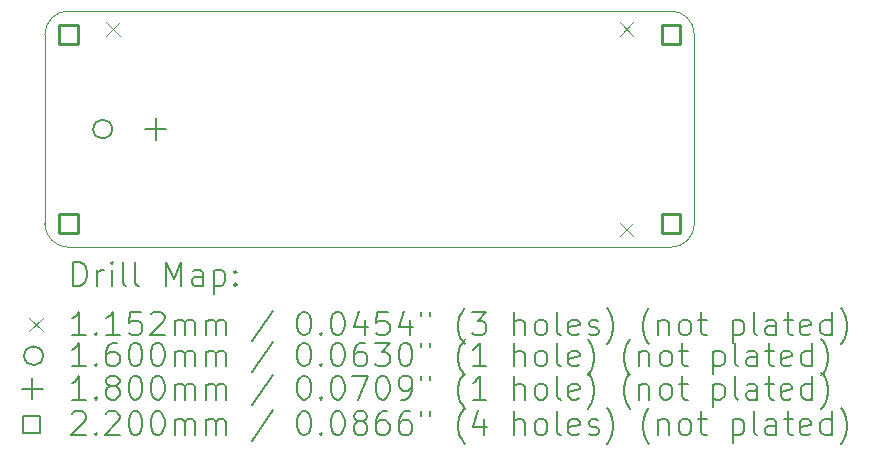
<source format=gbr>
%FSLAX45Y45*%
G04 Gerber Fmt 4.5, Leading zero omitted, Abs format (unit mm)*
G04 Created by KiCad (PCBNEW 5.99.0-unknown-395602b12a~131~ubuntu20.04.1) date 2021-07-15 22:40:50*
%MOMM*%
%LPD*%
G01*
G04 APERTURE LIST*
%TA.AperFunction,Profile*%
%ADD10C,0.100000*%
%TD*%
%ADD11C,0.200000*%
%ADD12C,0.115200*%
%ADD13C,0.160000*%
%ADD14C,0.180000*%
%ADD15C,0.220000*%
G04 APERTURE END LIST*
D10*
X14900000Y-9600000D02*
X20000000Y-9600000D01*
X20000000Y-9600000D02*
G75*
G03*
X20200000Y-9400000I0J200000D01*
G01*
X14700000Y-7800000D02*
G75*
G02*
X14900000Y-7600000I200000J0D01*
G01*
X14700000Y-9400000D02*
G75*
G03*
X14900000Y-9600000I200000J0D01*
G01*
X20200000Y-9400000D02*
X20200000Y-7800000D01*
X14700000Y-7800000D02*
X14700000Y-9400000D01*
X20000000Y-7600000D02*
X14900000Y-7600000D01*
X20000000Y-7600000D02*
G75*
G02*
X20200000Y-7800000I0J-200000D01*
G01*
D11*
D12*
X15217400Y-7692400D02*
X15332600Y-7807600D01*
X15332600Y-7692400D02*
X15217400Y-7807600D01*
X19567400Y-7692400D02*
X19682600Y-7807600D01*
X19682600Y-7692400D02*
X19567400Y-7807600D01*
X19567400Y-9392400D02*
X19682600Y-9507600D01*
X19682600Y-9392400D02*
X19567400Y-9507600D01*
D13*
X15270000Y-8600000D02*
G75*
G03*
X15270000Y-8600000I-80000J0D01*
G01*
D14*
X15640000Y-8510000D02*
X15640000Y-8690000D01*
X15550000Y-8600000D02*
X15730000Y-8600000D01*
D15*
X14977782Y-7877782D02*
X14977782Y-7722217D01*
X14822217Y-7722217D01*
X14822217Y-7877782D01*
X14977782Y-7877782D01*
X14977782Y-9477783D02*
X14977782Y-9322218D01*
X14822217Y-9322218D01*
X14822217Y-9477783D01*
X14977782Y-9477783D01*
X20077783Y-7877782D02*
X20077783Y-7722217D01*
X19922218Y-7722217D01*
X19922218Y-7877782D01*
X20077783Y-7877782D01*
X20077783Y-9477783D02*
X20077783Y-9322218D01*
X19922218Y-9322218D01*
X19922218Y-9477783D01*
X20077783Y-9477783D01*
D11*
X14942619Y-9925476D02*
X14942619Y-9725476D01*
X14990238Y-9725476D01*
X15018809Y-9735000D01*
X15037857Y-9754048D01*
X15047381Y-9773095D01*
X15056905Y-9811190D01*
X15056905Y-9839762D01*
X15047381Y-9877857D01*
X15037857Y-9896905D01*
X15018809Y-9915952D01*
X14990238Y-9925476D01*
X14942619Y-9925476D01*
X15142619Y-9925476D02*
X15142619Y-9792143D01*
X15142619Y-9830238D02*
X15152143Y-9811190D01*
X15161667Y-9801667D01*
X15180714Y-9792143D01*
X15199762Y-9792143D01*
X15266428Y-9925476D02*
X15266428Y-9792143D01*
X15266428Y-9725476D02*
X15256905Y-9735000D01*
X15266428Y-9744524D01*
X15275952Y-9735000D01*
X15266428Y-9725476D01*
X15266428Y-9744524D01*
X15390238Y-9925476D02*
X15371190Y-9915952D01*
X15361667Y-9896905D01*
X15361667Y-9725476D01*
X15495000Y-9925476D02*
X15475952Y-9915952D01*
X15466428Y-9896905D01*
X15466428Y-9725476D01*
X15723571Y-9925476D02*
X15723571Y-9725476D01*
X15790238Y-9868333D01*
X15856905Y-9725476D01*
X15856905Y-9925476D01*
X16037857Y-9925476D02*
X16037857Y-9820714D01*
X16028333Y-9801667D01*
X16009286Y-9792143D01*
X15971190Y-9792143D01*
X15952143Y-9801667D01*
X16037857Y-9915952D02*
X16018809Y-9925476D01*
X15971190Y-9925476D01*
X15952143Y-9915952D01*
X15942619Y-9896905D01*
X15942619Y-9877857D01*
X15952143Y-9858810D01*
X15971190Y-9849286D01*
X16018809Y-9849286D01*
X16037857Y-9839762D01*
X16133095Y-9792143D02*
X16133095Y-9992143D01*
X16133095Y-9801667D02*
X16152143Y-9792143D01*
X16190238Y-9792143D01*
X16209286Y-9801667D01*
X16218809Y-9811190D01*
X16228333Y-9830238D01*
X16228333Y-9887381D01*
X16218809Y-9906429D01*
X16209286Y-9915952D01*
X16190238Y-9925476D01*
X16152143Y-9925476D01*
X16133095Y-9915952D01*
X16314048Y-9906429D02*
X16323571Y-9915952D01*
X16314048Y-9925476D01*
X16304524Y-9915952D01*
X16314048Y-9906429D01*
X16314048Y-9925476D01*
X16314048Y-9801667D02*
X16323571Y-9811190D01*
X16314048Y-9820714D01*
X16304524Y-9811190D01*
X16314048Y-9801667D01*
X16314048Y-9820714D01*
D12*
X14569800Y-10197400D02*
X14685000Y-10312600D01*
X14685000Y-10197400D02*
X14569800Y-10312600D01*
D11*
X15047381Y-10345476D02*
X14933095Y-10345476D01*
X14990238Y-10345476D02*
X14990238Y-10145476D01*
X14971190Y-10174048D01*
X14952143Y-10193095D01*
X14933095Y-10202619D01*
X15133095Y-10326429D02*
X15142619Y-10335952D01*
X15133095Y-10345476D01*
X15123571Y-10335952D01*
X15133095Y-10326429D01*
X15133095Y-10345476D01*
X15333095Y-10345476D02*
X15218809Y-10345476D01*
X15275952Y-10345476D02*
X15275952Y-10145476D01*
X15256905Y-10174048D01*
X15237857Y-10193095D01*
X15218809Y-10202619D01*
X15514048Y-10145476D02*
X15418809Y-10145476D01*
X15409286Y-10240714D01*
X15418809Y-10231190D01*
X15437857Y-10221667D01*
X15485476Y-10221667D01*
X15504524Y-10231190D01*
X15514048Y-10240714D01*
X15523571Y-10259762D01*
X15523571Y-10307381D01*
X15514048Y-10326429D01*
X15504524Y-10335952D01*
X15485476Y-10345476D01*
X15437857Y-10345476D01*
X15418809Y-10335952D01*
X15409286Y-10326429D01*
X15599762Y-10164524D02*
X15609286Y-10155000D01*
X15628333Y-10145476D01*
X15675952Y-10145476D01*
X15695000Y-10155000D01*
X15704524Y-10164524D01*
X15714048Y-10183571D01*
X15714048Y-10202619D01*
X15704524Y-10231190D01*
X15590238Y-10345476D01*
X15714048Y-10345476D01*
X15799762Y-10345476D02*
X15799762Y-10212143D01*
X15799762Y-10231190D02*
X15809286Y-10221667D01*
X15828333Y-10212143D01*
X15856905Y-10212143D01*
X15875952Y-10221667D01*
X15885476Y-10240714D01*
X15885476Y-10345476D01*
X15885476Y-10240714D02*
X15895000Y-10221667D01*
X15914048Y-10212143D01*
X15942619Y-10212143D01*
X15961667Y-10221667D01*
X15971190Y-10240714D01*
X15971190Y-10345476D01*
X16066428Y-10345476D02*
X16066428Y-10212143D01*
X16066428Y-10231190D02*
X16075952Y-10221667D01*
X16095000Y-10212143D01*
X16123571Y-10212143D01*
X16142619Y-10221667D01*
X16152143Y-10240714D01*
X16152143Y-10345476D01*
X16152143Y-10240714D02*
X16161667Y-10221667D01*
X16180714Y-10212143D01*
X16209286Y-10212143D01*
X16228333Y-10221667D01*
X16237857Y-10240714D01*
X16237857Y-10345476D01*
X16628333Y-10135952D02*
X16456905Y-10393095D01*
X16885476Y-10145476D02*
X16904524Y-10145476D01*
X16923571Y-10155000D01*
X16933095Y-10164524D01*
X16942619Y-10183571D01*
X16952143Y-10221667D01*
X16952143Y-10269286D01*
X16942619Y-10307381D01*
X16933095Y-10326429D01*
X16923571Y-10335952D01*
X16904524Y-10345476D01*
X16885476Y-10345476D01*
X16866429Y-10335952D01*
X16856905Y-10326429D01*
X16847381Y-10307381D01*
X16837857Y-10269286D01*
X16837857Y-10221667D01*
X16847381Y-10183571D01*
X16856905Y-10164524D01*
X16866429Y-10155000D01*
X16885476Y-10145476D01*
X17037857Y-10326429D02*
X17047381Y-10335952D01*
X17037857Y-10345476D01*
X17028333Y-10335952D01*
X17037857Y-10326429D01*
X17037857Y-10345476D01*
X17171190Y-10145476D02*
X17190238Y-10145476D01*
X17209286Y-10155000D01*
X17218810Y-10164524D01*
X17228333Y-10183571D01*
X17237857Y-10221667D01*
X17237857Y-10269286D01*
X17228333Y-10307381D01*
X17218810Y-10326429D01*
X17209286Y-10335952D01*
X17190238Y-10345476D01*
X17171190Y-10345476D01*
X17152143Y-10335952D01*
X17142619Y-10326429D01*
X17133095Y-10307381D01*
X17123571Y-10269286D01*
X17123571Y-10221667D01*
X17133095Y-10183571D01*
X17142619Y-10164524D01*
X17152143Y-10155000D01*
X17171190Y-10145476D01*
X17409286Y-10212143D02*
X17409286Y-10345476D01*
X17361667Y-10135952D02*
X17314048Y-10278810D01*
X17437857Y-10278810D01*
X17609286Y-10145476D02*
X17514048Y-10145476D01*
X17504524Y-10240714D01*
X17514048Y-10231190D01*
X17533095Y-10221667D01*
X17580714Y-10221667D01*
X17599762Y-10231190D01*
X17609286Y-10240714D01*
X17618810Y-10259762D01*
X17618810Y-10307381D01*
X17609286Y-10326429D01*
X17599762Y-10335952D01*
X17580714Y-10345476D01*
X17533095Y-10345476D01*
X17514048Y-10335952D01*
X17504524Y-10326429D01*
X17790238Y-10212143D02*
X17790238Y-10345476D01*
X17742619Y-10135952D02*
X17695000Y-10278810D01*
X17818810Y-10278810D01*
X17885476Y-10145476D02*
X17885476Y-10183571D01*
X17961667Y-10145476D02*
X17961667Y-10183571D01*
X18256905Y-10421667D02*
X18247381Y-10412143D01*
X18228333Y-10383571D01*
X18218810Y-10364524D01*
X18209286Y-10335952D01*
X18199762Y-10288333D01*
X18199762Y-10250238D01*
X18209286Y-10202619D01*
X18218810Y-10174048D01*
X18228333Y-10155000D01*
X18247381Y-10126429D01*
X18256905Y-10116905D01*
X18314048Y-10145476D02*
X18437857Y-10145476D01*
X18371190Y-10221667D01*
X18399762Y-10221667D01*
X18418810Y-10231190D01*
X18428333Y-10240714D01*
X18437857Y-10259762D01*
X18437857Y-10307381D01*
X18428333Y-10326429D01*
X18418810Y-10335952D01*
X18399762Y-10345476D01*
X18342619Y-10345476D01*
X18323571Y-10335952D01*
X18314048Y-10326429D01*
X18675952Y-10345476D02*
X18675952Y-10145476D01*
X18761667Y-10345476D02*
X18761667Y-10240714D01*
X18752143Y-10221667D01*
X18733095Y-10212143D01*
X18704524Y-10212143D01*
X18685476Y-10221667D01*
X18675952Y-10231190D01*
X18885476Y-10345476D02*
X18866429Y-10335952D01*
X18856905Y-10326429D01*
X18847381Y-10307381D01*
X18847381Y-10250238D01*
X18856905Y-10231190D01*
X18866429Y-10221667D01*
X18885476Y-10212143D01*
X18914048Y-10212143D01*
X18933095Y-10221667D01*
X18942619Y-10231190D01*
X18952143Y-10250238D01*
X18952143Y-10307381D01*
X18942619Y-10326429D01*
X18933095Y-10335952D01*
X18914048Y-10345476D01*
X18885476Y-10345476D01*
X19066429Y-10345476D02*
X19047381Y-10335952D01*
X19037857Y-10316905D01*
X19037857Y-10145476D01*
X19218810Y-10335952D02*
X19199762Y-10345476D01*
X19161667Y-10345476D01*
X19142619Y-10335952D01*
X19133095Y-10316905D01*
X19133095Y-10240714D01*
X19142619Y-10221667D01*
X19161667Y-10212143D01*
X19199762Y-10212143D01*
X19218810Y-10221667D01*
X19228333Y-10240714D01*
X19228333Y-10259762D01*
X19133095Y-10278810D01*
X19304524Y-10335952D02*
X19323571Y-10345476D01*
X19361667Y-10345476D01*
X19380714Y-10335952D01*
X19390238Y-10316905D01*
X19390238Y-10307381D01*
X19380714Y-10288333D01*
X19361667Y-10278810D01*
X19333095Y-10278810D01*
X19314048Y-10269286D01*
X19304524Y-10250238D01*
X19304524Y-10240714D01*
X19314048Y-10221667D01*
X19333095Y-10212143D01*
X19361667Y-10212143D01*
X19380714Y-10221667D01*
X19456905Y-10421667D02*
X19466429Y-10412143D01*
X19485476Y-10383571D01*
X19495000Y-10364524D01*
X19504524Y-10335952D01*
X19514048Y-10288333D01*
X19514048Y-10250238D01*
X19504524Y-10202619D01*
X19495000Y-10174048D01*
X19485476Y-10155000D01*
X19466429Y-10126429D01*
X19456905Y-10116905D01*
X19818810Y-10421667D02*
X19809286Y-10412143D01*
X19790238Y-10383571D01*
X19780714Y-10364524D01*
X19771190Y-10335952D01*
X19761667Y-10288333D01*
X19761667Y-10250238D01*
X19771190Y-10202619D01*
X19780714Y-10174048D01*
X19790238Y-10155000D01*
X19809286Y-10126429D01*
X19818810Y-10116905D01*
X19895000Y-10212143D02*
X19895000Y-10345476D01*
X19895000Y-10231190D02*
X19904524Y-10221667D01*
X19923571Y-10212143D01*
X19952143Y-10212143D01*
X19971190Y-10221667D01*
X19980714Y-10240714D01*
X19980714Y-10345476D01*
X20104524Y-10345476D02*
X20085476Y-10335952D01*
X20075952Y-10326429D01*
X20066429Y-10307381D01*
X20066429Y-10250238D01*
X20075952Y-10231190D01*
X20085476Y-10221667D01*
X20104524Y-10212143D01*
X20133095Y-10212143D01*
X20152143Y-10221667D01*
X20161667Y-10231190D01*
X20171190Y-10250238D01*
X20171190Y-10307381D01*
X20161667Y-10326429D01*
X20152143Y-10335952D01*
X20133095Y-10345476D01*
X20104524Y-10345476D01*
X20228333Y-10212143D02*
X20304524Y-10212143D01*
X20256905Y-10145476D02*
X20256905Y-10316905D01*
X20266429Y-10335952D01*
X20285476Y-10345476D01*
X20304524Y-10345476D01*
X20523571Y-10212143D02*
X20523571Y-10412143D01*
X20523571Y-10221667D02*
X20542619Y-10212143D01*
X20580714Y-10212143D01*
X20599762Y-10221667D01*
X20609286Y-10231190D01*
X20618810Y-10250238D01*
X20618810Y-10307381D01*
X20609286Y-10326429D01*
X20599762Y-10335952D01*
X20580714Y-10345476D01*
X20542619Y-10345476D01*
X20523571Y-10335952D01*
X20733095Y-10345476D02*
X20714048Y-10335952D01*
X20704524Y-10316905D01*
X20704524Y-10145476D01*
X20895000Y-10345476D02*
X20895000Y-10240714D01*
X20885476Y-10221667D01*
X20866429Y-10212143D01*
X20828333Y-10212143D01*
X20809286Y-10221667D01*
X20895000Y-10335952D02*
X20875952Y-10345476D01*
X20828333Y-10345476D01*
X20809286Y-10335952D01*
X20799762Y-10316905D01*
X20799762Y-10297857D01*
X20809286Y-10278810D01*
X20828333Y-10269286D01*
X20875952Y-10269286D01*
X20895000Y-10259762D01*
X20961667Y-10212143D02*
X21037857Y-10212143D01*
X20990238Y-10145476D02*
X20990238Y-10316905D01*
X20999762Y-10335952D01*
X21018810Y-10345476D01*
X21037857Y-10345476D01*
X21180714Y-10335952D02*
X21161667Y-10345476D01*
X21123571Y-10345476D01*
X21104524Y-10335952D01*
X21095000Y-10316905D01*
X21095000Y-10240714D01*
X21104524Y-10221667D01*
X21123571Y-10212143D01*
X21161667Y-10212143D01*
X21180714Y-10221667D01*
X21190238Y-10240714D01*
X21190238Y-10259762D01*
X21095000Y-10278810D01*
X21361667Y-10345476D02*
X21361667Y-10145476D01*
X21361667Y-10335952D02*
X21342619Y-10345476D01*
X21304524Y-10345476D01*
X21285476Y-10335952D01*
X21275952Y-10326429D01*
X21266429Y-10307381D01*
X21266429Y-10250238D01*
X21275952Y-10231190D01*
X21285476Y-10221667D01*
X21304524Y-10212143D01*
X21342619Y-10212143D01*
X21361667Y-10221667D01*
X21437857Y-10421667D02*
X21447381Y-10412143D01*
X21466429Y-10383571D01*
X21475952Y-10364524D01*
X21485476Y-10335952D01*
X21495000Y-10288333D01*
X21495000Y-10250238D01*
X21485476Y-10202619D01*
X21475952Y-10174048D01*
X21466429Y-10155000D01*
X21447381Y-10126429D01*
X21437857Y-10116905D01*
D13*
X14685000Y-10519000D02*
G75*
G03*
X14685000Y-10519000I-80000J0D01*
G01*
D11*
X15047381Y-10609476D02*
X14933095Y-10609476D01*
X14990238Y-10609476D02*
X14990238Y-10409476D01*
X14971190Y-10438048D01*
X14952143Y-10457095D01*
X14933095Y-10466619D01*
X15133095Y-10590429D02*
X15142619Y-10599952D01*
X15133095Y-10609476D01*
X15123571Y-10599952D01*
X15133095Y-10590429D01*
X15133095Y-10609476D01*
X15314048Y-10409476D02*
X15275952Y-10409476D01*
X15256905Y-10419000D01*
X15247381Y-10428524D01*
X15228333Y-10457095D01*
X15218809Y-10495190D01*
X15218809Y-10571381D01*
X15228333Y-10590429D01*
X15237857Y-10599952D01*
X15256905Y-10609476D01*
X15295000Y-10609476D01*
X15314048Y-10599952D01*
X15323571Y-10590429D01*
X15333095Y-10571381D01*
X15333095Y-10523762D01*
X15323571Y-10504714D01*
X15314048Y-10495190D01*
X15295000Y-10485667D01*
X15256905Y-10485667D01*
X15237857Y-10495190D01*
X15228333Y-10504714D01*
X15218809Y-10523762D01*
X15456905Y-10409476D02*
X15475952Y-10409476D01*
X15495000Y-10419000D01*
X15504524Y-10428524D01*
X15514048Y-10447571D01*
X15523571Y-10485667D01*
X15523571Y-10533286D01*
X15514048Y-10571381D01*
X15504524Y-10590429D01*
X15495000Y-10599952D01*
X15475952Y-10609476D01*
X15456905Y-10609476D01*
X15437857Y-10599952D01*
X15428333Y-10590429D01*
X15418809Y-10571381D01*
X15409286Y-10533286D01*
X15409286Y-10485667D01*
X15418809Y-10447571D01*
X15428333Y-10428524D01*
X15437857Y-10419000D01*
X15456905Y-10409476D01*
X15647381Y-10409476D02*
X15666428Y-10409476D01*
X15685476Y-10419000D01*
X15695000Y-10428524D01*
X15704524Y-10447571D01*
X15714048Y-10485667D01*
X15714048Y-10533286D01*
X15704524Y-10571381D01*
X15695000Y-10590429D01*
X15685476Y-10599952D01*
X15666428Y-10609476D01*
X15647381Y-10609476D01*
X15628333Y-10599952D01*
X15618809Y-10590429D01*
X15609286Y-10571381D01*
X15599762Y-10533286D01*
X15599762Y-10485667D01*
X15609286Y-10447571D01*
X15618809Y-10428524D01*
X15628333Y-10419000D01*
X15647381Y-10409476D01*
X15799762Y-10609476D02*
X15799762Y-10476143D01*
X15799762Y-10495190D02*
X15809286Y-10485667D01*
X15828333Y-10476143D01*
X15856905Y-10476143D01*
X15875952Y-10485667D01*
X15885476Y-10504714D01*
X15885476Y-10609476D01*
X15885476Y-10504714D02*
X15895000Y-10485667D01*
X15914048Y-10476143D01*
X15942619Y-10476143D01*
X15961667Y-10485667D01*
X15971190Y-10504714D01*
X15971190Y-10609476D01*
X16066428Y-10609476D02*
X16066428Y-10476143D01*
X16066428Y-10495190D02*
X16075952Y-10485667D01*
X16095000Y-10476143D01*
X16123571Y-10476143D01*
X16142619Y-10485667D01*
X16152143Y-10504714D01*
X16152143Y-10609476D01*
X16152143Y-10504714D02*
X16161667Y-10485667D01*
X16180714Y-10476143D01*
X16209286Y-10476143D01*
X16228333Y-10485667D01*
X16237857Y-10504714D01*
X16237857Y-10609476D01*
X16628333Y-10399952D02*
X16456905Y-10657095D01*
X16885476Y-10409476D02*
X16904524Y-10409476D01*
X16923571Y-10419000D01*
X16933095Y-10428524D01*
X16942619Y-10447571D01*
X16952143Y-10485667D01*
X16952143Y-10533286D01*
X16942619Y-10571381D01*
X16933095Y-10590429D01*
X16923571Y-10599952D01*
X16904524Y-10609476D01*
X16885476Y-10609476D01*
X16866429Y-10599952D01*
X16856905Y-10590429D01*
X16847381Y-10571381D01*
X16837857Y-10533286D01*
X16837857Y-10485667D01*
X16847381Y-10447571D01*
X16856905Y-10428524D01*
X16866429Y-10419000D01*
X16885476Y-10409476D01*
X17037857Y-10590429D02*
X17047381Y-10599952D01*
X17037857Y-10609476D01*
X17028333Y-10599952D01*
X17037857Y-10590429D01*
X17037857Y-10609476D01*
X17171190Y-10409476D02*
X17190238Y-10409476D01*
X17209286Y-10419000D01*
X17218810Y-10428524D01*
X17228333Y-10447571D01*
X17237857Y-10485667D01*
X17237857Y-10533286D01*
X17228333Y-10571381D01*
X17218810Y-10590429D01*
X17209286Y-10599952D01*
X17190238Y-10609476D01*
X17171190Y-10609476D01*
X17152143Y-10599952D01*
X17142619Y-10590429D01*
X17133095Y-10571381D01*
X17123571Y-10533286D01*
X17123571Y-10485667D01*
X17133095Y-10447571D01*
X17142619Y-10428524D01*
X17152143Y-10419000D01*
X17171190Y-10409476D01*
X17409286Y-10409476D02*
X17371190Y-10409476D01*
X17352143Y-10419000D01*
X17342619Y-10428524D01*
X17323571Y-10457095D01*
X17314048Y-10495190D01*
X17314048Y-10571381D01*
X17323571Y-10590429D01*
X17333095Y-10599952D01*
X17352143Y-10609476D01*
X17390238Y-10609476D01*
X17409286Y-10599952D01*
X17418810Y-10590429D01*
X17428333Y-10571381D01*
X17428333Y-10523762D01*
X17418810Y-10504714D01*
X17409286Y-10495190D01*
X17390238Y-10485667D01*
X17352143Y-10485667D01*
X17333095Y-10495190D01*
X17323571Y-10504714D01*
X17314048Y-10523762D01*
X17495000Y-10409476D02*
X17618810Y-10409476D01*
X17552143Y-10485667D01*
X17580714Y-10485667D01*
X17599762Y-10495190D01*
X17609286Y-10504714D01*
X17618810Y-10523762D01*
X17618810Y-10571381D01*
X17609286Y-10590429D01*
X17599762Y-10599952D01*
X17580714Y-10609476D01*
X17523571Y-10609476D01*
X17504524Y-10599952D01*
X17495000Y-10590429D01*
X17742619Y-10409476D02*
X17761667Y-10409476D01*
X17780714Y-10419000D01*
X17790238Y-10428524D01*
X17799762Y-10447571D01*
X17809286Y-10485667D01*
X17809286Y-10533286D01*
X17799762Y-10571381D01*
X17790238Y-10590429D01*
X17780714Y-10599952D01*
X17761667Y-10609476D01*
X17742619Y-10609476D01*
X17723571Y-10599952D01*
X17714048Y-10590429D01*
X17704524Y-10571381D01*
X17695000Y-10533286D01*
X17695000Y-10485667D01*
X17704524Y-10447571D01*
X17714048Y-10428524D01*
X17723571Y-10419000D01*
X17742619Y-10409476D01*
X17885476Y-10409476D02*
X17885476Y-10447571D01*
X17961667Y-10409476D02*
X17961667Y-10447571D01*
X18256905Y-10685667D02*
X18247381Y-10676143D01*
X18228333Y-10647571D01*
X18218810Y-10628524D01*
X18209286Y-10599952D01*
X18199762Y-10552333D01*
X18199762Y-10514238D01*
X18209286Y-10466619D01*
X18218810Y-10438048D01*
X18228333Y-10419000D01*
X18247381Y-10390429D01*
X18256905Y-10380905D01*
X18437857Y-10609476D02*
X18323571Y-10609476D01*
X18380714Y-10609476D02*
X18380714Y-10409476D01*
X18361667Y-10438048D01*
X18342619Y-10457095D01*
X18323571Y-10466619D01*
X18675952Y-10609476D02*
X18675952Y-10409476D01*
X18761667Y-10609476D02*
X18761667Y-10504714D01*
X18752143Y-10485667D01*
X18733095Y-10476143D01*
X18704524Y-10476143D01*
X18685476Y-10485667D01*
X18675952Y-10495190D01*
X18885476Y-10609476D02*
X18866429Y-10599952D01*
X18856905Y-10590429D01*
X18847381Y-10571381D01*
X18847381Y-10514238D01*
X18856905Y-10495190D01*
X18866429Y-10485667D01*
X18885476Y-10476143D01*
X18914048Y-10476143D01*
X18933095Y-10485667D01*
X18942619Y-10495190D01*
X18952143Y-10514238D01*
X18952143Y-10571381D01*
X18942619Y-10590429D01*
X18933095Y-10599952D01*
X18914048Y-10609476D01*
X18885476Y-10609476D01*
X19066429Y-10609476D02*
X19047381Y-10599952D01*
X19037857Y-10580905D01*
X19037857Y-10409476D01*
X19218810Y-10599952D02*
X19199762Y-10609476D01*
X19161667Y-10609476D01*
X19142619Y-10599952D01*
X19133095Y-10580905D01*
X19133095Y-10504714D01*
X19142619Y-10485667D01*
X19161667Y-10476143D01*
X19199762Y-10476143D01*
X19218810Y-10485667D01*
X19228333Y-10504714D01*
X19228333Y-10523762D01*
X19133095Y-10542810D01*
X19295000Y-10685667D02*
X19304524Y-10676143D01*
X19323571Y-10647571D01*
X19333095Y-10628524D01*
X19342619Y-10599952D01*
X19352143Y-10552333D01*
X19352143Y-10514238D01*
X19342619Y-10466619D01*
X19333095Y-10438048D01*
X19323571Y-10419000D01*
X19304524Y-10390429D01*
X19295000Y-10380905D01*
X19656905Y-10685667D02*
X19647381Y-10676143D01*
X19628333Y-10647571D01*
X19618810Y-10628524D01*
X19609286Y-10599952D01*
X19599762Y-10552333D01*
X19599762Y-10514238D01*
X19609286Y-10466619D01*
X19618810Y-10438048D01*
X19628333Y-10419000D01*
X19647381Y-10390429D01*
X19656905Y-10380905D01*
X19733095Y-10476143D02*
X19733095Y-10609476D01*
X19733095Y-10495190D02*
X19742619Y-10485667D01*
X19761667Y-10476143D01*
X19790238Y-10476143D01*
X19809286Y-10485667D01*
X19818810Y-10504714D01*
X19818810Y-10609476D01*
X19942619Y-10609476D02*
X19923571Y-10599952D01*
X19914048Y-10590429D01*
X19904524Y-10571381D01*
X19904524Y-10514238D01*
X19914048Y-10495190D01*
X19923571Y-10485667D01*
X19942619Y-10476143D01*
X19971190Y-10476143D01*
X19990238Y-10485667D01*
X19999762Y-10495190D01*
X20009286Y-10514238D01*
X20009286Y-10571381D01*
X19999762Y-10590429D01*
X19990238Y-10599952D01*
X19971190Y-10609476D01*
X19942619Y-10609476D01*
X20066429Y-10476143D02*
X20142619Y-10476143D01*
X20095000Y-10409476D02*
X20095000Y-10580905D01*
X20104524Y-10599952D01*
X20123571Y-10609476D01*
X20142619Y-10609476D01*
X20361667Y-10476143D02*
X20361667Y-10676143D01*
X20361667Y-10485667D02*
X20380714Y-10476143D01*
X20418810Y-10476143D01*
X20437857Y-10485667D01*
X20447381Y-10495190D01*
X20456905Y-10514238D01*
X20456905Y-10571381D01*
X20447381Y-10590429D01*
X20437857Y-10599952D01*
X20418810Y-10609476D01*
X20380714Y-10609476D01*
X20361667Y-10599952D01*
X20571190Y-10609476D02*
X20552143Y-10599952D01*
X20542619Y-10580905D01*
X20542619Y-10409476D01*
X20733095Y-10609476D02*
X20733095Y-10504714D01*
X20723571Y-10485667D01*
X20704524Y-10476143D01*
X20666429Y-10476143D01*
X20647381Y-10485667D01*
X20733095Y-10599952D02*
X20714048Y-10609476D01*
X20666429Y-10609476D01*
X20647381Y-10599952D01*
X20637857Y-10580905D01*
X20637857Y-10561857D01*
X20647381Y-10542810D01*
X20666429Y-10533286D01*
X20714048Y-10533286D01*
X20733095Y-10523762D01*
X20799762Y-10476143D02*
X20875952Y-10476143D01*
X20828333Y-10409476D02*
X20828333Y-10580905D01*
X20837857Y-10599952D01*
X20856905Y-10609476D01*
X20875952Y-10609476D01*
X21018810Y-10599952D02*
X20999762Y-10609476D01*
X20961667Y-10609476D01*
X20942619Y-10599952D01*
X20933095Y-10580905D01*
X20933095Y-10504714D01*
X20942619Y-10485667D01*
X20961667Y-10476143D01*
X20999762Y-10476143D01*
X21018810Y-10485667D01*
X21028333Y-10504714D01*
X21028333Y-10523762D01*
X20933095Y-10542810D01*
X21199762Y-10609476D02*
X21199762Y-10409476D01*
X21199762Y-10599952D02*
X21180714Y-10609476D01*
X21142619Y-10609476D01*
X21123571Y-10599952D01*
X21114048Y-10590429D01*
X21104524Y-10571381D01*
X21104524Y-10514238D01*
X21114048Y-10495190D01*
X21123571Y-10485667D01*
X21142619Y-10476143D01*
X21180714Y-10476143D01*
X21199762Y-10485667D01*
X21275952Y-10685667D02*
X21285476Y-10676143D01*
X21304524Y-10647571D01*
X21314048Y-10628524D01*
X21323571Y-10599952D01*
X21333095Y-10552333D01*
X21333095Y-10514238D01*
X21323571Y-10466619D01*
X21314048Y-10438048D01*
X21304524Y-10419000D01*
X21285476Y-10390429D01*
X21275952Y-10380905D01*
D14*
X14595000Y-10709000D02*
X14595000Y-10889000D01*
X14505000Y-10799000D02*
X14685000Y-10799000D01*
D11*
X15047381Y-10889476D02*
X14933095Y-10889476D01*
X14990238Y-10889476D02*
X14990238Y-10689476D01*
X14971190Y-10718048D01*
X14952143Y-10737095D01*
X14933095Y-10746619D01*
X15133095Y-10870429D02*
X15142619Y-10879952D01*
X15133095Y-10889476D01*
X15123571Y-10879952D01*
X15133095Y-10870429D01*
X15133095Y-10889476D01*
X15256905Y-10775190D02*
X15237857Y-10765667D01*
X15228333Y-10756143D01*
X15218809Y-10737095D01*
X15218809Y-10727571D01*
X15228333Y-10708524D01*
X15237857Y-10699000D01*
X15256905Y-10689476D01*
X15295000Y-10689476D01*
X15314048Y-10699000D01*
X15323571Y-10708524D01*
X15333095Y-10727571D01*
X15333095Y-10737095D01*
X15323571Y-10756143D01*
X15314048Y-10765667D01*
X15295000Y-10775190D01*
X15256905Y-10775190D01*
X15237857Y-10784714D01*
X15228333Y-10794238D01*
X15218809Y-10813286D01*
X15218809Y-10851381D01*
X15228333Y-10870429D01*
X15237857Y-10879952D01*
X15256905Y-10889476D01*
X15295000Y-10889476D01*
X15314048Y-10879952D01*
X15323571Y-10870429D01*
X15333095Y-10851381D01*
X15333095Y-10813286D01*
X15323571Y-10794238D01*
X15314048Y-10784714D01*
X15295000Y-10775190D01*
X15456905Y-10689476D02*
X15475952Y-10689476D01*
X15495000Y-10699000D01*
X15504524Y-10708524D01*
X15514048Y-10727571D01*
X15523571Y-10765667D01*
X15523571Y-10813286D01*
X15514048Y-10851381D01*
X15504524Y-10870429D01*
X15495000Y-10879952D01*
X15475952Y-10889476D01*
X15456905Y-10889476D01*
X15437857Y-10879952D01*
X15428333Y-10870429D01*
X15418809Y-10851381D01*
X15409286Y-10813286D01*
X15409286Y-10765667D01*
X15418809Y-10727571D01*
X15428333Y-10708524D01*
X15437857Y-10699000D01*
X15456905Y-10689476D01*
X15647381Y-10689476D02*
X15666428Y-10689476D01*
X15685476Y-10699000D01*
X15695000Y-10708524D01*
X15704524Y-10727571D01*
X15714048Y-10765667D01*
X15714048Y-10813286D01*
X15704524Y-10851381D01*
X15695000Y-10870429D01*
X15685476Y-10879952D01*
X15666428Y-10889476D01*
X15647381Y-10889476D01*
X15628333Y-10879952D01*
X15618809Y-10870429D01*
X15609286Y-10851381D01*
X15599762Y-10813286D01*
X15599762Y-10765667D01*
X15609286Y-10727571D01*
X15618809Y-10708524D01*
X15628333Y-10699000D01*
X15647381Y-10689476D01*
X15799762Y-10889476D02*
X15799762Y-10756143D01*
X15799762Y-10775190D02*
X15809286Y-10765667D01*
X15828333Y-10756143D01*
X15856905Y-10756143D01*
X15875952Y-10765667D01*
X15885476Y-10784714D01*
X15885476Y-10889476D01*
X15885476Y-10784714D02*
X15895000Y-10765667D01*
X15914048Y-10756143D01*
X15942619Y-10756143D01*
X15961667Y-10765667D01*
X15971190Y-10784714D01*
X15971190Y-10889476D01*
X16066428Y-10889476D02*
X16066428Y-10756143D01*
X16066428Y-10775190D02*
X16075952Y-10765667D01*
X16095000Y-10756143D01*
X16123571Y-10756143D01*
X16142619Y-10765667D01*
X16152143Y-10784714D01*
X16152143Y-10889476D01*
X16152143Y-10784714D02*
X16161667Y-10765667D01*
X16180714Y-10756143D01*
X16209286Y-10756143D01*
X16228333Y-10765667D01*
X16237857Y-10784714D01*
X16237857Y-10889476D01*
X16628333Y-10679952D02*
X16456905Y-10937095D01*
X16885476Y-10689476D02*
X16904524Y-10689476D01*
X16923571Y-10699000D01*
X16933095Y-10708524D01*
X16942619Y-10727571D01*
X16952143Y-10765667D01*
X16952143Y-10813286D01*
X16942619Y-10851381D01*
X16933095Y-10870429D01*
X16923571Y-10879952D01*
X16904524Y-10889476D01*
X16885476Y-10889476D01*
X16866429Y-10879952D01*
X16856905Y-10870429D01*
X16847381Y-10851381D01*
X16837857Y-10813286D01*
X16837857Y-10765667D01*
X16847381Y-10727571D01*
X16856905Y-10708524D01*
X16866429Y-10699000D01*
X16885476Y-10689476D01*
X17037857Y-10870429D02*
X17047381Y-10879952D01*
X17037857Y-10889476D01*
X17028333Y-10879952D01*
X17037857Y-10870429D01*
X17037857Y-10889476D01*
X17171190Y-10689476D02*
X17190238Y-10689476D01*
X17209286Y-10699000D01*
X17218810Y-10708524D01*
X17228333Y-10727571D01*
X17237857Y-10765667D01*
X17237857Y-10813286D01*
X17228333Y-10851381D01*
X17218810Y-10870429D01*
X17209286Y-10879952D01*
X17190238Y-10889476D01*
X17171190Y-10889476D01*
X17152143Y-10879952D01*
X17142619Y-10870429D01*
X17133095Y-10851381D01*
X17123571Y-10813286D01*
X17123571Y-10765667D01*
X17133095Y-10727571D01*
X17142619Y-10708524D01*
X17152143Y-10699000D01*
X17171190Y-10689476D01*
X17304524Y-10689476D02*
X17437857Y-10689476D01*
X17352143Y-10889476D01*
X17552143Y-10689476D02*
X17571190Y-10689476D01*
X17590238Y-10699000D01*
X17599762Y-10708524D01*
X17609286Y-10727571D01*
X17618810Y-10765667D01*
X17618810Y-10813286D01*
X17609286Y-10851381D01*
X17599762Y-10870429D01*
X17590238Y-10879952D01*
X17571190Y-10889476D01*
X17552143Y-10889476D01*
X17533095Y-10879952D01*
X17523571Y-10870429D01*
X17514048Y-10851381D01*
X17504524Y-10813286D01*
X17504524Y-10765667D01*
X17514048Y-10727571D01*
X17523571Y-10708524D01*
X17533095Y-10699000D01*
X17552143Y-10689476D01*
X17714048Y-10889476D02*
X17752143Y-10889476D01*
X17771190Y-10879952D01*
X17780714Y-10870429D01*
X17799762Y-10841857D01*
X17809286Y-10803762D01*
X17809286Y-10727571D01*
X17799762Y-10708524D01*
X17790238Y-10699000D01*
X17771190Y-10689476D01*
X17733095Y-10689476D01*
X17714048Y-10699000D01*
X17704524Y-10708524D01*
X17695000Y-10727571D01*
X17695000Y-10775190D01*
X17704524Y-10794238D01*
X17714048Y-10803762D01*
X17733095Y-10813286D01*
X17771190Y-10813286D01*
X17790238Y-10803762D01*
X17799762Y-10794238D01*
X17809286Y-10775190D01*
X17885476Y-10689476D02*
X17885476Y-10727571D01*
X17961667Y-10689476D02*
X17961667Y-10727571D01*
X18256905Y-10965667D02*
X18247381Y-10956143D01*
X18228333Y-10927571D01*
X18218810Y-10908524D01*
X18209286Y-10879952D01*
X18199762Y-10832333D01*
X18199762Y-10794238D01*
X18209286Y-10746619D01*
X18218810Y-10718048D01*
X18228333Y-10699000D01*
X18247381Y-10670429D01*
X18256905Y-10660905D01*
X18437857Y-10889476D02*
X18323571Y-10889476D01*
X18380714Y-10889476D02*
X18380714Y-10689476D01*
X18361667Y-10718048D01*
X18342619Y-10737095D01*
X18323571Y-10746619D01*
X18675952Y-10889476D02*
X18675952Y-10689476D01*
X18761667Y-10889476D02*
X18761667Y-10784714D01*
X18752143Y-10765667D01*
X18733095Y-10756143D01*
X18704524Y-10756143D01*
X18685476Y-10765667D01*
X18675952Y-10775190D01*
X18885476Y-10889476D02*
X18866429Y-10879952D01*
X18856905Y-10870429D01*
X18847381Y-10851381D01*
X18847381Y-10794238D01*
X18856905Y-10775190D01*
X18866429Y-10765667D01*
X18885476Y-10756143D01*
X18914048Y-10756143D01*
X18933095Y-10765667D01*
X18942619Y-10775190D01*
X18952143Y-10794238D01*
X18952143Y-10851381D01*
X18942619Y-10870429D01*
X18933095Y-10879952D01*
X18914048Y-10889476D01*
X18885476Y-10889476D01*
X19066429Y-10889476D02*
X19047381Y-10879952D01*
X19037857Y-10860905D01*
X19037857Y-10689476D01*
X19218810Y-10879952D02*
X19199762Y-10889476D01*
X19161667Y-10889476D01*
X19142619Y-10879952D01*
X19133095Y-10860905D01*
X19133095Y-10784714D01*
X19142619Y-10765667D01*
X19161667Y-10756143D01*
X19199762Y-10756143D01*
X19218810Y-10765667D01*
X19228333Y-10784714D01*
X19228333Y-10803762D01*
X19133095Y-10822810D01*
X19295000Y-10965667D02*
X19304524Y-10956143D01*
X19323571Y-10927571D01*
X19333095Y-10908524D01*
X19342619Y-10879952D01*
X19352143Y-10832333D01*
X19352143Y-10794238D01*
X19342619Y-10746619D01*
X19333095Y-10718048D01*
X19323571Y-10699000D01*
X19304524Y-10670429D01*
X19295000Y-10660905D01*
X19656905Y-10965667D02*
X19647381Y-10956143D01*
X19628333Y-10927571D01*
X19618810Y-10908524D01*
X19609286Y-10879952D01*
X19599762Y-10832333D01*
X19599762Y-10794238D01*
X19609286Y-10746619D01*
X19618810Y-10718048D01*
X19628333Y-10699000D01*
X19647381Y-10670429D01*
X19656905Y-10660905D01*
X19733095Y-10756143D02*
X19733095Y-10889476D01*
X19733095Y-10775190D02*
X19742619Y-10765667D01*
X19761667Y-10756143D01*
X19790238Y-10756143D01*
X19809286Y-10765667D01*
X19818810Y-10784714D01*
X19818810Y-10889476D01*
X19942619Y-10889476D02*
X19923571Y-10879952D01*
X19914048Y-10870429D01*
X19904524Y-10851381D01*
X19904524Y-10794238D01*
X19914048Y-10775190D01*
X19923571Y-10765667D01*
X19942619Y-10756143D01*
X19971190Y-10756143D01*
X19990238Y-10765667D01*
X19999762Y-10775190D01*
X20009286Y-10794238D01*
X20009286Y-10851381D01*
X19999762Y-10870429D01*
X19990238Y-10879952D01*
X19971190Y-10889476D01*
X19942619Y-10889476D01*
X20066429Y-10756143D02*
X20142619Y-10756143D01*
X20095000Y-10689476D02*
X20095000Y-10860905D01*
X20104524Y-10879952D01*
X20123571Y-10889476D01*
X20142619Y-10889476D01*
X20361667Y-10756143D02*
X20361667Y-10956143D01*
X20361667Y-10765667D02*
X20380714Y-10756143D01*
X20418810Y-10756143D01*
X20437857Y-10765667D01*
X20447381Y-10775190D01*
X20456905Y-10794238D01*
X20456905Y-10851381D01*
X20447381Y-10870429D01*
X20437857Y-10879952D01*
X20418810Y-10889476D01*
X20380714Y-10889476D01*
X20361667Y-10879952D01*
X20571190Y-10889476D02*
X20552143Y-10879952D01*
X20542619Y-10860905D01*
X20542619Y-10689476D01*
X20733095Y-10889476D02*
X20733095Y-10784714D01*
X20723571Y-10765667D01*
X20704524Y-10756143D01*
X20666429Y-10756143D01*
X20647381Y-10765667D01*
X20733095Y-10879952D02*
X20714048Y-10889476D01*
X20666429Y-10889476D01*
X20647381Y-10879952D01*
X20637857Y-10860905D01*
X20637857Y-10841857D01*
X20647381Y-10822810D01*
X20666429Y-10813286D01*
X20714048Y-10813286D01*
X20733095Y-10803762D01*
X20799762Y-10756143D02*
X20875952Y-10756143D01*
X20828333Y-10689476D02*
X20828333Y-10860905D01*
X20837857Y-10879952D01*
X20856905Y-10889476D01*
X20875952Y-10889476D01*
X21018810Y-10879952D02*
X20999762Y-10889476D01*
X20961667Y-10889476D01*
X20942619Y-10879952D01*
X20933095Y-10860905D01*
X20933095Y-10784714D01*
X20942619Y-10765667D01*
X20961667Y-10756143D01*
X20999762Y-10756143D01*
X21018810Y-10765667D01*
X21028333Y-10784714D01*
X21028333Y-10803762D01*
X20933095Y-10822810D01*
X21199762Y-10889476D02*
X21199762Y-10689476D01*
X21199762Y-10879952D02*
X21180714Y-10889476D01*
X21142619Y-10889476D01*
X21123571Y-10879952D01*
X21114048Y-10870429D01*
X21104524Y-10851381D01*
X21104524Y-10794238D01*
X21114048Y-10775190D01*
X21123571Y-10765667D01*
X21142619Y-10756143D01*
X21180714Y-10756143D01*
X21199762Y-10765667D01*
X21275952Y-10965667D02*
X21285476Y-10956143D01*
X21304524Y-10927571D01*
X21314048Y-10908524D01*
X21323571Y-10879952D01*
X21333095Y-10832333D01*
X21333095Y-10794238D01*
X21323571Y-10746619D01*
X21314048Y-10718048D01*
X21304524Y-10699000D01*
X21285476Y-10670429D01*
X21275952Y-10660905D01*
X14655711Y-11169711D02*
X14655711Y-11028289D01*
X14514289Y-11028289D01*
X14514289Y-11169711D01*
X14655711Y-11169711D01*
X14933095Y-11008524D02*
X14942619Y-10999000D01*
X14961667Y-10989476D01*
X15009286Y-10989476D01*
X15028333Y-10999000D01*
X15037857Y-11008524D01*
X15047381Y-11027571D01*
X15047381Y-11046619D01*
X15037857Y-11075190D01*
X14923571Y-11189476D01*
X15047381Y-11189476D01*
X15133095Y-11170429D02*
X15142619Y-11179952D01*
X15133095Y-11189476D01*
X15123571Y-11179952D01*
X15133095Y-11170429D01*
X15133095Y-11189476D01*
X15218809Y-11008524D02*
X15228333Y-10999000D01*
X15247381Y-10989476D01*
X15295000Y-10989476D01*
X15314048Y-10999000D01*
X15323571Y-11008524D01*
X15333095Y-11027571D01*
X15333095Y-11046619D01*
X15323571Y-11075190D01*
X15209286Y-11189476D01*
X15333095Y-11189476D01*
X15456905Y-10989476D02*
X15475952Y-10989476D01*
X15495000Y-10999000D01*
X15504524Y-11008524D01*
X15514048Y-11027571D01*
X15523571Y-11065667D01*
X15523571Y-11113286D01*
X15514048Y-11151381D01*
X15504524Y-11170429D01*
X15495000Y-11179952D01*
X15475952Y-11189476D01*
X15456905Y-11189476D01*
X15437857Y-11179952D01*
X15428333Y-11170429D01*
X15418809Y-11151381D01*
X15409286Y-11113286D01*
X15409286Y-11065667D01*
X15418809Y-11027571D01*
X15428333Y-11008524D01*
X15437857Y-10999000D01*
X15456905Y-10989476D01*
X15647381Y-10989476D02*
X15666428Y-10989476D01*
X15685476Y-10999000D01*
X15695000Y-11008524D01*
X15704524Y-11027571D01*
X15714048Y-11065667D01*
X15714048Y-11113286D01*
X15704524Y-11151381D01*
X15695000Y-11170429D01*
X15685476Y-11179952D01*
X15666428Y-11189476D01*
X15647381Y-11189476D01*
X15628333Y-11179952D01*
X15618809Y-11170429D01*
X15609286Y-11151381D01*
X15599762Y-11113286D01*
X15599762Y-11065667D01*
X15609286Y-11027571D01*
X15618809Y-11008524D01*
X15628333Y-10999000D01*
X15647381Y-10989476D01*
X15799762Y-11189476D02*
X15799762Y-11056143D01*
X15799762Y-11075190D02*
X15809286Y-11065667D01*
X15828333Y-11056143D01*
X15856905Y-11056143D01*
X15875952Y-11065667D01*
X15885476Y-11084714D01*
X15885476Y-11189476D01*
X15885476Y-11084714D02*
X15895000Y-11065667D01*
X15914048Y-11056143D01*
X15942619Y-11056143D01*
X15961667Y-11065667D01*
X15971190Y-11084714D01*
X15971190Y-11189476D01*
X16066428Y-11189476D02*
X16066428Y-11056143D01*
X16066428Y-11075190D02*
X16075952Y-11065667D01*
X16095000Y-11056143D01*
X16123571Y-11056143D01*
X16142619Y-11065667D01*
X16152143Y-11084714D01*
X16152143Y-11189476D01*
X16152143Y-11084714D02*
X16161667Y-11065667D01*
X16180714Y-11056143D01*
X16209286Y-11056143D01*
X16228333Y-11065667D01*
X16237857Y-11084714D01*
X16237857Y-11189476D01*
X16628333Y-10979952D02*
X16456905Y-11237095D01*
X16885476Y-10989476D02*
X16904524Y-10989476D01*
X16923571Y-10999000D01*
X16933095Y-11008524D01*
X16942619Y-11027571D01*
X16952143Y-11065667D01*
X16952143Y-11113286D01*
X16942619Y-11151381D01*
X16933095Y-11170429D01*
X16923571Y-11179952D01*
X16904524Y-11189476D01*
X16885476Y-11189476D01*
X16866429Y-11179952D01*
X16856905Y-11170429D01*
X16847381Y-11151381D01*
X16837857Y-11113286D01*
X16837857Y-11065667D01*
X16847381Y-11027571D01*
X16856905Y-11008524D01*
X16866429Y-10999000D01*
X16885476Y-10989476D01*
X17037857Y-11170429D02*
X17047381Y-11179952D01*
X17037857Y-11189476D01*
X17028333Y-11179952D01*
X17037857Y-11170429D01*
X17037857Y-11189476D01*
X17171190Y-10989476D02*
X17190238Y-10989476D01*
X17209286Y-10999000D01*
X17218810Y-11008524D01*
X17228333Y-11027571D01*
X17237857Y-11065667D01*
X17237857Y-11113286D01*
X17228333Y-11151381D01*
X17218810Y-11170429D01*
X17209286Y-11179952D01*
X17190238Y-11189476D01*
X17171190Y-11189476D01*
X17152143Y-11179952D01*
X17142619Y-11170429D01*
X17133095Y-11151381D01*
X17123571Y-11113286D01*
X17123571Y-11065667D01*
X17133095Y-11027571D01*
X17142619Y-11008524D01*
X17152143Y-10999000D01*
X17171190Y-10989476D01*
X17352143Y-11075190D02*
X17333095Y-11065667D01*
X17323571Y-11056143D01*
X17314048Y-11037095D01*
X17314048Y-11027571D01*
X17323571Y-11008524D01*
X17333095Y-10999000D01*
X17352143Y-10989476D01*
X17390238Y-10989476D01*
X17409286Y-10999000D01*
X17418810Y-11008524D01*
X17428333Y-11027571D01*
X17428333Y-11037095D01*
X17418810Y-11056143D01*
X17409286Y-11065667D01*
X17390238Y-11075190D01*
X17352143Y-11075190D01*
X17333095Y-11084714D01*
X17323571Y-11094238D01*
X17314048Y-11113286D01*
X17314048Y-11151381D01*
X17323571Y-11170429D01*
X17333095Y-11179952D01*
X17352143Y-11189476D01*
X17390238Y-11189476D01*
X17409286Y-11179952D01*
X17418810Y-11170429D01*
X17428333Y-11151381D01*
X17428333Y-11113286D01*
X17418810Y-11094238D01*
X17409286Y-11084714D01*
X17390238Y-11075190D01*
X17599762Y-10989476D02*
X17561667Y-10989476D01*
X17542619Y-10999000D01*
X17533095Y-11008524D01*
X17514048Y-11037095D01*
X17504524Y-11075190D01*
X17504524Y-11151381D01*
X17514048Y-11170429D01*
X17523571Y-11179952D01*
X17542619Y-11189476D01*
X17580714Y-11189476D01*
X17599762Y-11179952D01*
X17609286Y-11170429D01*
X17618810Y-11151381D01*
X17618810Y-11103762D01*
X17609286Y-11084714D01*
X17599762Y-11075190D01*
X17580714Y-11065667D01*
X17542619Y-11065667D01*
X17523571Y-11075190D01*
X17514048Y-11084714D01*
X17504524Y-11103762D01*
X17790238Y-10989476D02*
X17752143Y-10989476D01*
X17733095Y-10999000D01*
X17723571Y-11008524D01*
X17704524Y-11037095D01*
X17695000Y-11075190D01*
X17695000Y-11151381D01*
X17704524Y-11170429D01*
X17714048Y-11179952D01*
X17733095Y-11189476D01*
X17771190Y-11189476D01*
X17790238Y-11179952D01*
X17799762Y-11170429D01*
X17809286Y-11151381D01*
X17809286Y-11103762D01*
X17799762Y-11084714D01*
X17790238Y-11075190D01*
X17771190Y-11065667D01*
X17733095Y-11065667D01*
X17714048Y-11075190D01*
X17704524Y-11084714D01*
X17695000Y-11103762D01*
X17885476Y-10989476D02*
X17885476Y-11027571D01*
X17961667Y-10989476D02*
X17961667Y-11027571D01*
X18256905Y-11265667D02*
X18247381Y-11256143D01*
X18228333Y-11227571D01*
X18218810Y-11208524D01*
X18209286Y-11179952D01*
X18199762Y-11132333D01*
X18199762Y-11094238D01*
X18209286Y-11046619D01*
X18218810Y-11018048D01*
X18228333Y-10999000D01*
X18247381Y-10970429D01*
X18256905Y-10960905D01*
X18418810Y-11056143D02*
X18418810Y-11189476D01*
X18371190Y-10979952D02*
X18323571Y-11122810D01*
X18447381Y-11122810D01*
X18675952Y-11189476D02*
X18675952Y-10989476D01*
X18761667Y-11189476D02*
X18761667Y-11084714D01*
X18752143Y-11065667D01*
X18733095Y-11056143D01*
X18704524Y-11056143D01*
X18685476Y-11065667D01*
X18675952Y-11075190D01*
X18885476Y-11189476D02*
X18866429Y-11179952D01*
X18856905Y-11170429D01*
X18847381Y-11151381D01*
X18847381Y-11094238D01*
X18856905Y-11075190D01*
X18866429Y-11065667D01*
X18885476Y-11056143D01*
X18914048Y-11056143D01*
X18933095Y-11065667D01*
X18942619Y-11075190D01*
X18952143Y-11094238D01*
X18952143Y-11151381D01*
X18942619Y-11170429D01*
X18933095Y-11179952D01*
X18914048Y-11189476D01*
X18885476Y-11189476D01*
X19066429Y-11189476D02*
X19047381Y-11179952D01*
X19037857Y-11160905D01*
X19037857Y-10989476D01*
X19218810Y-11179952D02*
X19199762Y-11189476D01*
X19161667Y-11189476D01*
X19142619Y-11179952D01*
X19133095Y-11160905D01*
X19133095Y-11084714D01*
X19142619Y-11065667D01*
X19161667Y-11056143D01*
X19199762Y-11056143D01*
X19218810Y-11065667D01*
X19228333Y-11084714D01*
X19228333Y-11103762D01*
X19133095Y-11122810D01*
X19304524Y-11179952D02*
X19323571Y-11189476D01*
X19361667Y-11189476D01*
X19380714Y-11179952D01*
X19390238Y-11160905D01*
X19390238Y-11151381D01*
X19380714Y-11132333D01*
X19361667Y-11122810D01*
X19333095Y-11122810D01*
X19314048Y-11113286D01*
X19304524Y-11094238D01*
X19304524Y-11084714D01*
X19314048Y-11065667D01*
X19333095Y-11056143D01*
X19361667Y-11056143D01*
X19380714Y-11065667D01*
X19456905Y-11265667D02*
X19466429Y-11256143D01*
X19485476Y-11227571D01*
X19495000Y-11208524D01*
X19504524Y-11179952D01*
X19514048Y-11132333D01*
X19514048Y-11094238D01*
X19504524Y-11046619D01*
X19495000Y-11018048D01*
X19485476Y-10999000D01*
X19466429Y-10970429D01*
X19456905Y-10960905D01*
X19818810Y-11265667D02*
X19809286Y-11256143D01*
X19790238Y-11227571D01*
X19780714Y-11208524D01*
X19771190Y-11179952D01*
X19761667Y-11132333D01*
X19761667Y-11094238D01*
X19771190Y-11046619D01*
X19780714Y-11018048D01*
X19790238Y-10999000D01*
X19809286Y-10970429D01*
X19818810Y-10960905D01*
X19895000Y-11056143D02*
X19895000Y-11189476D01*
X19895000Y-11075190D02*
X19904524Y-11065667D01*
X19923571Y-11056143D01*
X19952143Y-11056143D01*
X19971190Y-11065667D01*
X19980714Y-11084714D01*
X19980714Y-11189476D01*
X20104524Y-11189476D02*
X20085476Y-11179952D01*
X20075952Y-11170429D01*
X20066429Y-11151381D01*
X20066429Y-11094238D01*
X20075952Y-11075190D01*
X20085476Y-11065667D01*
X20104524Y-11056143D01*
X20133095Y-11056143D01*
X20152143Y-11065667D01*
X20161667Y-11075190D01*
X20171190Y-11094238D01*
X20171190Y-11151381D01*
X20161667Y-11170429D01*
X20152143Y-11179952D01*
X20133095Y-11189476D01*
X20104524Y-11189476D01*
X20228333Y-11056143D02*
X20304524Y-11056143D01*
X20256905Y-10989476D02*
X20256905Y-11160905D01*
X20266429Y-11179952D01*
X20285476Y-11189476D01*
X20304524Y-11189476D01*
X20523571Y-11056143D02*
X20523571Y-11256143D01*
X20523571Y-11065667D02*
X20542619Y-11056143D01*
X20580714Y-11056143D01*
X20599762Y-11065667D01*
X20609286Y-11075190D01*
X20618810Y-11094238D01*
X20618810Y-11151381D01*
X20609286Y-11170429D01*
X20599762Y-11179952D01*
X20580714Y-11189476D01*
X20542619Y-11189476D01*
X20523571Y-11179952D01*
X20733095Y-11189476D02*
X20714048Y-11179952D01*
X20704524Y-11160905D01*
X20704524Y-10989476D01*
X20895000Y-11189476D02*
X20895000Y-11084714D01*
X20885476Y-11065667D01*
X20866429Y-11056143D01*
X20828333Y-11056143D01*
X20809286Y-11065667D01*
X20895000Y-11179952D02*
X20875952Y-11189476D01*
X20828333Y-11189476D01*
X20809286Y-11179952D01*
X20799762Y-11160905D01*
X20799762Y-11141857D01*
X20809286Y-11122810D01*
X20828333Y-11113286D01*
X20875952Y-11113286D01*
X20895000Y-11103762D01*
X20961667Y-11056143D02*
X21037857Y-11056143D01*
X20990238Y-10989476D02*
X20990238Y-11160905D01*
X20999762Y-11179952D01*
X21018810Y-11189476D01*
X21037857Y-11189476D01*
X21180714Y-11179952D02*
X21161667Y-11189476D01*
X21123571Y-11189476D01*
X21104524Y-11179952D01*
X21095000Y-11160905D01*
X21095000Y-11084714D01*
X21104524Y-11065667D01*
X21123571Y-11056143D01*
X21161667Y-11056143D01*
X21180714Y-11065667D01*
X21190238Y-11084714D01*
X21190238Y-11103762D01*
X21095000Y-11122810D01*
X21361667Y-11189476D02*
X21361667Y-10989476D01*
X21361667Y-11179952D02*
X21342619Y-11189476D01*
X21304524Y-11189476D01*
X21285476Y-11179952D01*
X21275952Y-11170429D01*
X21266429Y-11151381D01*
X21266429Y-11094238D01*
X21275952Y-11075190D01*
X21285476Y-11065667D01*
X21304524Y-11056143D01*
X21342619Y-11056143D01*
X21361667Y-11065667D01*
X21437857Y-11265667D02*
X21447381Y-11256143D01*
X21466429Y-11227571D01*
X21475952Y-11208524D01*
X21485476Y-11179952D01*
X21495000Y-11132333D01*
X21495000Y-11094238D01*
X21485476Y-11046619D01*
X21475952Y-11018048D01*
X21466429Y-10999000D01*
X21447381Y-10970429D01*
X21437857Y-10960905D01*
M02*

</source>
